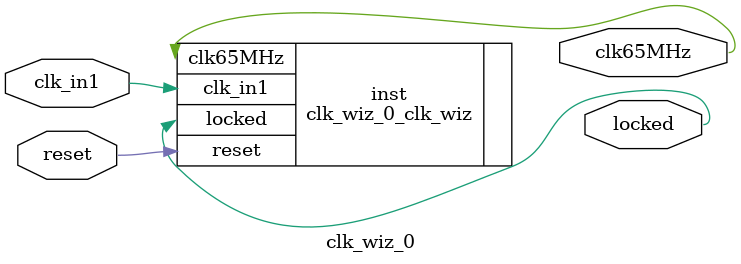
<source format=v>


`timescale 1ps/1ps

(* CORE_GENERATION_INFO = "clk_wiz_0,clk_wiz_v5_4_2_0,{component_name=clk_wiz_0,use_phase_alignment=true,use_min_o_jitter=false,use_max_i_jitter=false,use_dyn_phase_shift=false,use_inclk_switchover=false,use_dyn_reconfig=false,enable_axi=0,feedback_source=FDBK_AUTO,PRIMITIVE=MMCM,num_out_clk=1,clkin1_period=10.000,clkin2_period=10.000,use_power_down=false,use_reset=true,use_locked=true,use_inclk_stopped=false,feedback_type=SINGLE,CLOCK_MGR_TYPE=NA,manual_override=false}" *)

module clk_wiz_0 
 (
  // Clock out ports
  output        clk65MHz,
  // Status and control signals
  input         reset,
  output        locked,
 // Clock in ports
  input         clk_in1
 );

  clk_wiz_0_clk_wiz inst
  (
  // Clock out ports  
  .clk65MHz(clk65MHz),
  // Status and control signals               
  .reset(reset), 
  .locked(locked),
 // Clock in ports
  .clk_in1(clk_in1)
  );

endmodule

</source>
